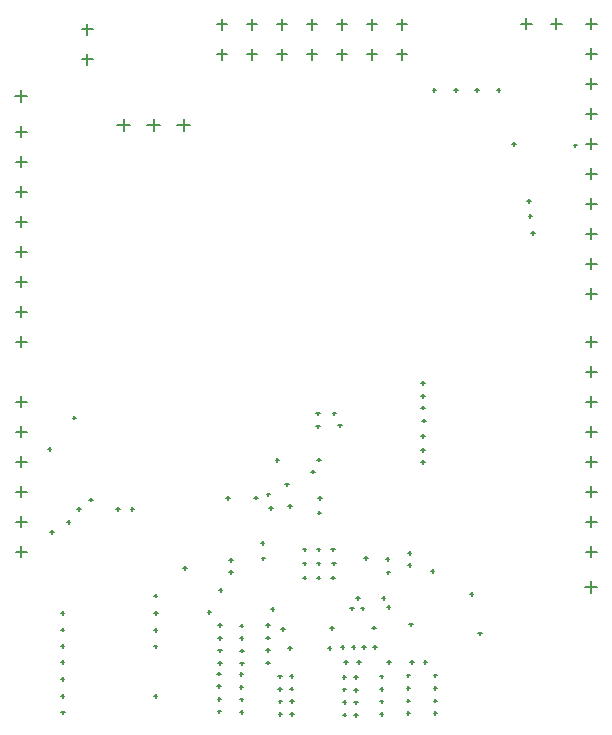
<source format=gbr>
%FSTAX23Y23*%
%MOMM*%
%SFA1B1*%

%IPPOS*%
%ADD129C,0.127000*%
G54D129*
X43809Y58999D02*
X44709D01*
X44259Y58549D02*
Y59449D01*
X46349Y58999D02*
X47249D01*
X46799Y58549D02*
Y59449D01*
X49251Y11324D02*
X50267D01*
X49759Y10816D02*
Y11832D01*
X00991Y52849D02*
X02007D01*
X01499Y52341D02*
Y53357D01*
X09639Y50449D02*
X10659D01*
X10149Y49939D02*
Y50959D01*
X12179Y50449D02*
X13199D01*
X12689Y49939D02*
Y50959D01*
X14719Y50449D02*
X15739D01*
X15229Y49939D02*
Y50959D01*
X06649Y55984D02*
X07549D01*
X07099Y55534D02*
Y56434D01*
X06649Y58524D02*
X07549D01*
X07099Y58074D02*
Y58974D01*
X49309Y14299D02*
X50209D01*
X49759Y13849D02*
Y14749D01*
X49309Y16839D02*
X50209D01*
X49759Y16389D02*
Y17289D01*
X49309Y19379D02*
X50209D01*
X49759Y18929D02*
Y19829D01*
X49309Y21919D02*
X50209D01*
X49759Y21469D02*
Y22369D01*
X49309Y24459D02*
X50209D01*
X49759Y24009D02*
Y24909D01*
X49309Y26999D02*
X50209D01*
X49759Y26549D02*
Y27449D01*
X49309Y29539D02*
X50209D01*
X49759Y29089D02*
Y29989D01*
X49309Y32079D02*
X50209D01*
X49759Y31629D02*
Y32529D01*
X01049Y26999D02*
X01949D01*
X01499Y26549D02*
Y27449D01*
X01049Y24459D02*
X01949D01*
X01499Y24009D02*
Y24909D01*
X01049Y21919D02*
X01949D01*
X01499Y21469D02*
Y22369D01*
X01049Y19379D02*
X01949D01*
X01499Y18929D02*
Y19829D01*
X01049Y16839D02*
X01949D01*
X01499Y16389D02*
Y17289D01*
X01049Y14299D02*
X01949D01*
X01499Y13849D02*
Y14749D01*
X49309Y41219D02*
X50209D01*
X49759Y40769D02*
Y41669D01*
X49309Y58999D02*
X50209D01*
X49759Y58549D02*
Y59449D01*
X49309Y56459D02*
X50209D01*
X49759Y56009D02*
Y56909D01*
X49309Y53919D02*
X50209D01*
X49759Y53469D02*
Y54369D01*
X49309Y51379D02*
X50209D01*
X49759Y50929D02*
Y51829D01*
X49309Y48839D02*
X50209D01*
X49759Y48389D02*
Y49289D01*
X49309Y46299D02*
X50209D01*
X49759Y45849D02*
Y46749D01*
X49309Y43759D02*
X50209D01*
X49759Y43309D02*
Y44209D01*
X49309Y38679D02*
X50209D01*
X49759Y38229D02*
Y39129D01*
X49309Y36139D02*
X50209D01*
X49759Y35689D02*
Y36589D01*
X01049Y49859D02*
X01949D01*
X01499Y49409D02*
Y50309D01*
X01049Y47319D02*
X01949D01*
X01499Y46869D02*
Y47769D01*
X01049Y44779D02*
X01949D01*
X01499Y44329D02*
Y45229D01*
X01049Y42239D02*
X01949D01*
X01499Y41789D02*
Y42689D01*
X01049Y39699D02*
X01949D01*
X01499Y39249D02*
Y40149D01*
X01049Y37159D02*
X01949D01*
X01499Y36709D02*
Y37609D01*
X01049Y34619D02*
X01949D01*
X01499Y34169D02*
Y35069D01*
X01049Y32079D02*
X01949D01*
X01499Y31629D02*
Y32529D01*
X18049Y56399D02*
X18949D01*
X18499Y55949D02*
Y56849D01*
X18049Y58939D02*
X18949D01*
X18499Y58489D02*
Y59389D01*
X20589Y56399D02*
X21489D01*
X21039Y55949D02*
Y56849D01*
X20589Y58939D02*
X21489D01*
X21039Y58489D02*
Y59389D01*
X23129Y56399D02*
X24029D01*
X23579Y55949D02*
Y56849D01*
X23129Y58939D02*
X24029D01*
X23579Y58489D02*
Y59389D01*
X25669Y56399D02*
X26569D01*
X26119Y55949D02*
Y56849D01*
X25669Y58939D02*
X26569D01*
X26119Y58489D02*
Y59389D01*
X28209Y56399D02*
X29109D01*
X28659Y55949D02*
Y56849D01*
X28209Y58939D02*
X29109D01*
X28659Y58489D02*
Y59389D01*
X30749Y56399D02*
X31649D01*
X31199Y55949D02*
Y56849D01*
X30749Y58939D02*
X31649D01*
X31199Y58489D02*
Y59389D01*
X33289Y56399D02*
X34189D01*
X33739Y55949D02*
Y56849D01*
X33289Y58939D02*
X34189D01*
X33739Y58489D02*
Y59389D01*
X05849Y25649D02*
X06149D01*
X05999Y25499D02*
Y25799D01*
X03749Y22999D02*
X04049D01*
X03899Y22849D02*
Y23149D01*
X23849Y19999D02*
X24149D01*
X23999Y19849D02*
Y20149D01*
X35349Y21899D02*
X35649D01*
X35499Y21749D02*
Y22049D01*
X35349Y22899D02*
X35649D01*
X35499Y22749D02*
Y23049D01*
X35449Y254D02*
X35749D01*
X35599Y25249D02*
Y25549D01*
X35349Y24099D02*
X35649D01*
X35499Y23949D02*
Y24249D01*
X36324Y53399D02*
X36624D01*
X36474Y53249D02*
Y53549D01*
X35349Y26499D02*
X35649D01*
X35499Y26349D02*
Y26649D01*
X35349Y27499D02*
X35649D01*
X35499Y27349D02*
Y27649D01*
X35349Y28599D02*
X35649D01*
X35499Y28449D02*
Y28749D01*
X41749Y53399D02*
X42049D01*
X41899Y53249D02*
Y53549D01*
X39941Y53399D02*
X40241D01*
X40091Y53249D02*
Y53549D01*
X38133Y53399D02*
X38433D01*
X38283Y53249D02*
Y53549D01*
X26449Y25999D02*
X26749D01*
X26599Y25849D02*
Y26149D01*
X26449Y24899D02*
X26749D01*
X26599Y24749D02*
Y25049D01*
X10749Y17899D02*
X11049D01*
X10899Y17749D02*
Y18049D01*
X4445Y42699D02*
X44749D01*
X44599Y42549D02*
Y42849D01*
X44649Y41299D02*
X44949D01*
X44799Y41149D02*
Y41449D01*
X28349Y24999D02*
X28649D01*
X28499Y24849D02*
Y25149D01*
X27849Y25999D02*
X28149D01*
X27999Y25849D02*
Y26149D01*
X07249Y18699D02*
X07549D01*
X07399Y18549D02*
Y18849D01*
X06249Y17899D02*
X06549D01*
X06399Y17749D02*
Y18049D01*
X05349Y16799D02*
X05649D01*
X05499Y16649D02*
Y16949D01*
X04849Y09099D02*
X05149D01*
X04999Y08949D02*
Y09249D01*
X04849Y07699D02*
X05149D01*
X04999Y07549D02*
Y07849D01*
X44349Y43999D02*
X44649D01*
X44499Y43849D02*
Y44149D01*
X04849Y06324D02*
X05149D01*
X04999Y06174D02*
Y06474D01*
X26549Y22099D02*
X26849D01*
X26699Y21949D02*
Y22249D01*
X09549Y17899D02*
X09849D01*
X09699Y17749D02*
Y18049D01*
X04849Y03499D02*
X05149D01*
X04999Y03349D02*
Y03649D01*
X48249Y48699D02*
X48549D01*
X48399Y48549D02*
Y48849D01*
X43049Y48799D02*
X43349D01*
X43199Y48649D02*
Y48949D01*
X29849Y10399D02*
X30149D01*
X29999Y10249D02*
Y10549D01*
X29349Y09499D02*
X29649D01*
X29499Y09349D02*
Y09649D01*
X32449Y09599D02*
X32749D01*
X32599Y09449D02*
Y09749D01*
X32362Y13699D02*
X32662D01*
X32512Y13549D02*
Y13849D01*
X21224Y18874D02*
X21524D01*
X21374Y18724D02*
Y19024D01*
X24099Y18174D02*
X24399D01*
X24249Y18024D02*
Y18324D01*
X26049Y21074D02*
X26349D01*
X26199Y20924D02*
Y21224D01*
X32474Y04949D02*
X32774D01*
X32624Y04799D02*
Y05099D01*
X3127Y06249D02*
X3157D01*
X3142Y06099D02*
Y06399D01*
X34324Y08149D02*
X34624D01*
X34474Y07999D02*
Y08299D01*
X26574Y17599D02*
X26874D01*
X26724Y17449D02*
Y17749D01*
X23024Y22074D02*
X23324D01*
X23174Y21924D02*
Y22225D01*
X15224Y12924D02*
X15524D01*
X15374Y12774D02*
Y13074D01*
X32424Y12549D02*
X32724D01*
X32574Y12399D02*
Y127D01*
X30249Y09499D02*
X30549D01*
X30399Y09349D02*
Y09649D01*
X34224Y13149D02*
X34524D01*
X34374Y12999D02*
Y13299D01*
X25324D02*
X25624D01*
X25474Y13149D02*
Y13449D01*
X26524Y14499D02*
X26824D01*
X26674Y14349D02*
Y14649D01*
X27724Y14499D02*
X28024D01*
X27874Y14349D02*
Y14649D01*
X26524Y13299D02*
X26824D01*
X26674Y13149D02*
Y13449D01*
X25324Y14499D02*
X25624D01*
X25474Y14349D02*
Y14649D01*
X27824Y13299D02*
X28124D01*
X27974Y13149D02*
Y13449D01*
X27724Y12099D02*
X28024D01*
X27874Y11949D02*
Y12249D01*
X36174Y12649D02*
X36474D01*
X36324Y12499D02*
Y12799D01*
X22274Y19149D02*
X22574D01*
X22424Y18999D02*
Y19299D01*
X22474Y17999D02*
X22774D01*
X22624Y17849D02*
Y18149D01*
X39474Y10699D02*
X39774D01*
X39624Y10549D02*
Y10849D01*
X32024Y10374D02*
X32324D01*
X32174Y10224D02*
Y10524D01*
X27649Y07824D02*
X27949D01*
X27799Y07674D02*
Y07974D01*
X18224Y11049D02*
X18524D01*
X18374Y10899D02*
Y11199D01*
X19099Y12599D02*
X19399D01*
X19249Y12449D02*
Y12749D01*
X19099Y13599D02*
X19399D01*
X19249Y13449D02*
Y13749D01*
X18849Y18824D02*
X19149D01*
X18999Y18674D02*
Y18974D01*
X21774Y15049D02*
X22074D01*
X21924Y14899D02*
Y15199D01*
X21849Y13724D02*
X22149D01*
X21999Y13574D02*
Y13874D01*
X22624Y09449D02*
X22924D01*
X22774Y09299D02*
Y09599D01*
X23524Y07774D02*
X23824D01*
X23674Y07624D02*
Y07924D01*
X25324Y12099D02*
X25624D01*
X25474Y11949D02*
Y12249D01*
X26524Y12099D02*
X26824D01*
X26674Y11949D02*
Y12249D01*
X28549Y06224D02*
X28849D01*
X28699Y06074D02*
Y06374D01*
X30349Y06224D02*
X30649D01*
X30499Y06074D02*
Y06374D01*
X29474Y06224D02*
X29774D01*
X29624Y06074D02*
Y06374D01*
X31199Y07874D02*
X31499D01*
X31349Y07724D02*
Y08024D01*
X26649Y18849D02*
X26949D01*
X26799Y18699D02*
Y18999D01*
X40199Y07374D02*
X40499D01*
X40349Y07224D02*
Y07524D01*
X24099Y06124D02*
X24399D01*
X24249Y05974D02*
Y06274D01*
X27449Y06124D02*
X27749D01*
X27599Y05974D02*
Y06274D01*
X34224Y14199D02*
X34524D01*
X34374Y14049D02*
Y14349D01*
X30549Y13749D02*
X30849D01*
X30699Y13599D02*
Y13899D01*
X31849Y01616D02*
X32149D01*
X31999Y01466D02*
Y01766D01*
X31849Y00549D02*
X32149D01*
X31999Y00399D02*
Y00699D01*
X31849Y02683D02*
X32149D01*
X31999Y02533D02*
Y02833D01*
X28724Y01566D02*
X29024D01*
X28874Y01416D02*
Y01716D01*
X28724Y00499D02*
X29024D01*
X28874Y00349D02*
Y00649D01*
X28699Y02633D02*
X28999D01*
X28849Y02483D02*
Y02783D01*
X28699Y03699D02*
X28999D01*
X28849Y03549D02*
Y03849D01*
X29699Y01541D02*
X29999D01*
X29849Y01391D02*
Y01691D01*
X29699Y00474D02*
X29999D01*
X29849Y00324D02*
Y00624D01*
X29674Y02608D02*
X29974D01*
X29824Y02458D02*
Y02758D01*
X29674Y03674D02*
X29974D01*
X29824Y03524D02*
Y03824D01*
X34124Y01691D02*
X34424D01*
X34274Y01541D02*
Y01841D01*
X36399Y00624D02*
X36699D01*
X36549Y00474D02*
Y00774D01*
X34431Y04949D02*
X34731D01*
X34581Y04799D02*
Y05099D01*
X35549Y04949D02*
X35849D01*
X35699Y04799D02*
Y05099D01*
X24249Y01641D02*
X24549D01*
X24399Y01491D02*
Y01791D01*
X24249Y00574D02*
X24549D01*
X24399Y00424D02*
Y00724D01*
X24224Y02708D02*
X24524D01*
X24374Y02558D02*
Y02858D01*
X24224Y03774D02*
X24524D01*
X24374Y03624D02*
Y03924D01*
X23274Y01616D02*
X23574D01*
X23424Y01466D02*
Y01766D01*
X23274Y00549D02*
X23574D01*
X23424Y00399D02*
Y00699D01*
X23249Y02683D02*
X23549D01*
X23399Y02533D02*
Y02833D01*
X23249Y03749D02*
X23549D01*
X23399Y03599D02*
Y03899D01*
X19999Y01791D02*
X20299D01*
X20149Y01641D02*
Y01941D01*
X19999Y00724D02*
X20299D01*
X20149Y00574D02*
Y00874D01*
X19974Y02858D02*
X20274D01*
X20124Y02708D02*
Y03008D01*
X19974Y03924D02*
X20274D01*
X20124Y03774D02*
Y04074D01*
X18124Y01841D02*
X18424D01*
X18274Y01691D02*
Y01991D01*
X18124Y00774D02*
X18424D01*
X18274Y00624D02*
Y00924D01*
X18099Y02908D02*
X18399D01*
X18249Y02758D02*
Y03058D01*
X18099Y03974D02*
X18399D01*
X18249Y03824D02*
Y04124D01*
X18174Y05941D02*
X18474D01*
X18324Y05791D02*
Y06091D01*
X18174Y04874D02*
X18474D01*
X18324Y04724D02*
Y05024D01*
X18149Y07008D02*
X18449D01*
X18299Y06858D02*
Y07158D01*
X18149Y08074D02*
X18449D01*
X18299Y07924D02*
Y08224D01*
X20024Y05916D02*
X20324D01*
X20174Y05766D02*
Y06066D01*
X20024Y04849D02*
X20324D01*
X20174Y04699D02*
Y04999D01*
X19999Y06983D02*
X20299D01*
X20149Y06833D02*
Y07133D01*
X19999Y08049D02*
X20299D01*
X20149Y07899D02*
Y08199D01*
X22249Y05966D02*
X22549D01*
X22399Y05816D02*
Y06116D01*
X22249Y04899D02*
X22549D01*
X22399Y04749D02*
Y05049D01*
X22225Y07033D02*
X22524D01*
X22374Y06883D02*
Y07183D01*
X22225Y08099D02*
X22524D01*
X22374Y07949D02*
Y08249D01*
X29959Y04949D02*
X30259D01*
X30109Y04799D02*
Y05099D01*
X28841Y04949D02*
X29141D01*
X28991Y04799D02*
Y05099D01*
X36399Y02758D02*
X36699D01*
X36549Y02608D02*
Y02908D01*
X34124Y02758D02*
X34424D01*
X34274Y02608D02*
Y02908D01*
X34124Y03824D02*
X34424D01*
X34274Y03674D02*
Y03974D01*
X36399Y03824D02*
X36699D01*
X36549Y03674D02*
Y03974D01*
X34124Y00624D02*
X34424D01*
X34274Y00474D02*
Y00774D01*
X36399Y01691D02*
X36699D01*
X36549Y01541D02*
Y01841D01*
X31849Y03749D02*
X32149D01*
X31999Y03599D02*
Y03899D01*
X04849Y02074D02*
X05149D01*
X04999Y01924D02*
Y02224D01*
X04874Y00699D02*
X05174D01*
X05024Y00549D02*
Y00849D01*
X04849Y04949D02*
X05149D01*
X04999Y04799D02*
Y05099D01*
X12749Y09099D02*
X13049D01*
X12899Y08949D02*
Y09249D01*
X12724Y07674D02*
X13024D01*
X12874Y07524D02*
Y07824D01*
X12724Y06274D02*
X13024D01*
X12874Y06124D02*
Y06424D01*
X12724Y10574D02*
X13024D01*
X12874Y10424D02*
Y10724D01*
X12724Y02074D02*
X13024D01*
X12874Y01924D02*
Y02224D01*
X03949Y15949D02*
X04249D01*
X04099Y15799D02*
Y16099D01*
X17274Y09174D02*
X17574D01*
X17424Y09024D02*
Y09324D01*
M02*
</source>
